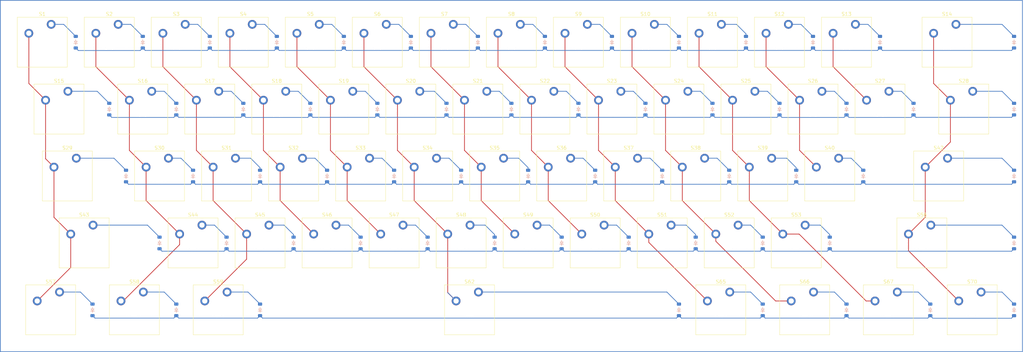
<source format=kicad_pcb>
(kicad_pcb (version 20241229) (generator "pcbnew") (generator_version "9.0")
  (layers (0 "F.Cu" signal) (2 "B.Cu" signal) (13 "F.Paste" user) (15 "B.Paste" user) (5 "F.SilkS" user "F.Silkscreen") (7 "B.SilkS" user "B.Silkscreen") (1 "F.Mask" user) (3 "B.Mask" user) (25 "Edge.Cuts" user))
  (net 0 "")
  (net 1 "Net-(D1-A)")
  (net 2 "R1")
  (net 3 "Net-(D2-A)")
  (net 4 "Net-(D3-A)")
  (net 5 "Net-(D4-A)")
  (net 6 "Net-(D5-A)")
  (net 7 "Net-(D6-A)")
  (net 8 "Net-(D7-A)")
  (net 9 "Net-(D8-A)")
  (net 10 "Net-(D9-A)")
  (net 11 "Net-(D10-A)")
  (net 12 "Net-(D11-A)")
  (net 13 "Net-(D12-A)")
  (net 14 "Net-(D13-A)")
  (net 15 "Net-(D14-A)")
  (net 16 "Net-(D15-A)")
  (net 17 "R2")
  (net 18 "Net-(D16-A)")
  (net 19 "Net-(D17-A)")
  (net 20 "Net-(D18-A)")
  (net 21 "Net-(D19-A)")
  (net 22 "Net-(D20-A)")
  (net 23 "Net-(D21-A)")
  (net 24 "Net-(D22-A)")
  (net 25 "Net-(D23-A)")
  (net 26 "Net-(D24-A)")
  (net 27 "Net-(D25-A)")
  (net 28 "Net-(D26-A)")
  (net 29 "Net-(D27-A)")
  (net 30 "Net-(D28-A)")
  (net 31 "R3")
  (net 32 "Net-(D29-A)")
  (net 33 "Net-(D30-A)")
  (net 34 "Net-(D31-A)")
  (net 35 "Net-(D32-A)")
  (net 36 "Net-(D33-A)")
  (net 37 "Net-(D34-A)")
  (net 38 "Net-(D35-A)")
  (net 39 "Net-(D36-A)")
  (net 40 "Net-(D37-A)")
  (net 41 "Net-(D38-A)")
  (net 42 "Net-(D39-A)")
  (net 43 "Net-(D40-A)")
  (net 44 "Net-(D42-A)")
  (net 45 "R4")
  (net 46 "Net-(D43-A)")
  (net 47 "Net-(D44-A)")
  (net 48 "Net-(D45-A)")
  (net 49 "Net-(D46-A)")
  (net 50 "Net-(D47-A)")
  (net 51 "Net-(D48-A)")
  (net 52 "Net-(D49-A)")
  (net 53 "Net-(D50-A)")
  (net 54 "Net-(D51-A)")
  (net 55 "Net-(D52-A)")
  (net 56 "Net-(D53-A)")
  (net 57 "Net-(D56-A)")
  (net 58 "Net-(D57-A)")
  (net 59 "R5")
  (net 60 "Net-(D58-A)")
  (net 61 "Net-(D59-A)")
  (net 62 "Net-(D62-A)")
  (net 63 "Net-(D65-A)")
  (net 64 "Net-(D66-A)")
  (net 65 "Net-(D67-A)")
  (net 66 "Net-(D70-A)")
  (net 67 "C1")
  (net 68 "C2")
  (net 69 "C3")
  (net 70 "C4")
  (net 71 "C5")
  (net 72 "C6")
  (net 73 "C7")
  (net 74 "C8")
  (net 75 "C9")
  (net 76 "C10")
  (net 77 "C11")
  (net 78 "C12")
  (net 79 "C13")
  (net 80 "C14")
  (footprint "ScottoKeebs_MX:MX_PCB_1.00u" (layer "F.Cu") (at 195.2625 52.3875)
    (property "Reference" "S23")
    (property "Value" "Keyswitch")
  )
  (footprint "ScottoKeebs_MX:MX_PCB_1.25u" (layer "F.Cu") (at 83.34375 109.5375)
    (property "Reference" "S59")
    (property "Value" "Keyswitch")
  )
  (footprint "ScottoKeebs_MX:MX_PCB_1.00u" (layer "F.Cu") (at 233.3625 52.3875)
    (property "Reference" "S25")
    (property "Value" "Keyswitch")
  )
  (footprint "ScottoKeebs_MX:MX_PCB_2.75u" (layer "F.Cu") (at 283.36875 90.4875)
    (property "Reference" "S56")
    (property "Value" "Keyswitch")
  )
  (footprint "ScottoKeebs_MX:MX_PCB_1.00u" (layer "F.Cu") (at 33.3375 33.3375)
    (property "Reference" "S1")
    (property "Value" "Keyswitch")
  )
  (footprint "ScottoKeebs_MX:MX_PCB_1.00u" (layer "F.Cu") (at 252.4125 52.3875)
    (property "Reference" "S26")
    (property "Value" "Keyswitch")
  )
  (footprint "ScottoKeebs_MX:MX_PCB_1.00u" (layer "F.Cu") (at 176.2125 52.3875)
    (property "Reference" "S22")
    (property "Value" "Keyswitch")
  )
  (footprint "ScottoKeebs_MX:MX_PCB_1.00u" (layer "F.Cu") (at 257.175 71.4375)
    (property "Reference" "S40")
    (property "Value" "Keyswitch")
  )
  (footprint "ScottoKeebs_MX:MX_PCB_1.00u" (layer "F.Cu") (at 152.4 90.4875)
    (property "Reference" "S48")
    (property "Value" "Keyswitch")
  )
  (footprint "ScottoKeebs_MX:MX_PCB_1.00u" (layer "F.Cu") (at 219.075 71.4375)
    (property "Reference" "S38")
    (property "Value" "Keyswitch")
  )
  (footprint "ScottoKeebs_MX:MX_PCB_1.00u" (layer "F.Cu") (at 109.5375 33.3375)
    (property "Reference" "S5")
    (property "Value" "Keyswitch")
  )
  (footprint "ScottoKeebs_MX:MX_PCB_1.00u" (layer "F.Cu") (at 214.3125 52.3875)
    (property "Reference" "S24")
    (property "Value" "Keyswitch")
  )
  (footprint "ScottoKeebs_MX:MX_PCB_1.25u" (layer "F.Cu") (at 35.71875 109.5375)
    (property "Reference" "S57")
    (property "Value" "Keyswitch")
  )
  (footprint "ScottoKeebs_MX:MX_PCB_1.50u" (layer "F.Cu") (at 295.275 52.3875)
    (property "Reference" "S28")
    (property "Value" "Keyswitch")
  )
  (footprint "ScottoKeebs_MX:MX_PCB_1.00u" (layer "F.Cu") (at 242.8875 33.3375)
    (property "Reference" "S12")
    (property "Value" "Keyswitch")
  )
  (footprint "ScottoKeebs_MX:MX_PCB_1.00u" (layer "F.Cu") (at 114.3 90.4875)
    (property "Reference" "S46")
    (property "Value" "Keyswitch")
  )
  (footprint "ScottoKeebs_MX:MX_PCB_1.00u" (layer "F.Cu") (at 90.4875 33.3375)
    (property "Reference" "S4")
    (property "Value" "Keyswitch")
  )
  (footprint "ScottoKeebs_MX:MX_PCB_1.00u" (layer "F.Cu") (at 61.9125 52.3875)
    (property "Reference" "S16")
    (property "Value" "Keyswitch")
  )
  (footprint "ScottoKeebs_MX:MX_PCB_1.00u" (layer "F.Cu") (at 66.675 71.4375)
    (property "Reference" "S30")
    (property "Value" "Keyswitch")
  )
  (footprint "ScottoKeebs_MX:MX_PCB_1.00u" (layer "F.Cu") (at 80.9625 52.3875)
    (property "Reference" "S17")
    (property "Value" "Keyswitch")
  )
  (footprint "ScottoKeebs_MX:MX_PCB_1.00u" (layer "F.Cu") (at 85.725 71.4375)
    (property "Reference" "S31")
    (property "Value" "Keyswitch")
  )
  (footprint "ScottoKeebs_MX:MX_PCB_1.00u" (layer "F.Cu") (at 138.1125 52.3875)
    (property "Reference" "S20")
    (property "Value" "Keyswitch")
  )
  (footprint "ScottoKeebs_MX:MX_PCB_2.00u" (layer "F.Cu") (at 290.5125 33.3375)
    (property "Reference" "S14")
    (property "Value" "Keyswitch")
  )
  (footprint "ScottoKeebs_MX:MX_PCB_1.00u" (layer "F.Cu") (at 204.7875 33.3375)
    (property "Reference" "S10")
    (property "Value" "Keyswitch")
  )
  (footprint "ScottoKeebs_MX:MX_PCB_1.00u" (layer "F.Cu") (at 228.6 90.4875)
    (property "Reference" "S52")
    (property "Value" "Keyswitch")
  )
  (footprint "ScottoKeebs_MX:MX_PCB_1.00u" (layer "F.Cu") (at 104.775 71.4375)
    (property "Reference" "S32")
    (property "Value" "Keyswitch")
  )
  (footprint "ScottoKeebs_MX:MX_PCB_1.75u" (layer "F.Cu") (at 40.48125 71.4375)
    (property "Reference" "S29")
    (property "Value" "Keyswitch")
  )
  (footprint "ScottoKeebs_MX:MX_PCB_1.00u" (layer "F.Cu") (at 261.9375 33.3375)
    (property "Reference" "S13")
    (property "Value" "Keyswitch")
  )
  (footprint "ScottoKeebs_MX:MX_PCB_1.00u" (layer "F.Cu") (at 180.975 71.4375)
    (property "Reference" "S36")
    (property "Value" "Keyswitch")
  )
  (footprint "ScottoKeebs_MX:MX_PCB_1.25u" (layer "F.Cu") (at 297.65625 109.5375)
    (property "Reference" "S70")
    (property "Value" "Keyswitch")
  )
  (footprint "ScottoKeebs_MX:MX_PCB_1.00u" (layer "F.Cu") (at 95.25 90.4875)
    (property "Reference" "S45")
    (property "Value" "Keyswitch")
  )
  (footprint "ScottoKeebs_MX:MX_PCB_1.00u" (layer "F.Cu") (at 52.3875 33.3375)
    (property "Reference" "S2")
    (property "Value" "Keyswitch")
  )
  (footprint "ScottoKeebs_MX:MX_PCB_1.00u" (layer "F.Cu") (at 190.5 90.4875)
    (property "Reference" "S50")
    (property "Value" "Keyswitch")
  )
  (footprint "ScottoKeebs_MX:MX_PCB_1.00u" (layer "F.Cu") (at 133.35 90.4875)
    (property "Reference" "S47")
    (property "Value" "Keyswitch")
  )
  (footprint "ScottoKeebs_MX:MX_PCB_1.25u" (layer "F.Cu") (at 250.03125 109.5375)
    (property "Reference" "S66")
    (property "Value" "Keyswitch")
  )
  (footprint "ScottoKeebs_MX:MX_PCB_1.00u" (layer "F.Cu") (at 247.65 90.4875)
    (property "Reference" "S53")
    (property "Value" "Keyswitch")
  )
  (footprint "ScottoKeebs_MX:MX_PCB_1.00u" (layer "F.Cu") (at 128.5875 33.3375)
    (property "Reference" "S6")
    (property "Value" "Keyswitch")
  )
  (footprint "ScottoKeebs_MX:MX_PCB_1.00u" (layer "F.Cu") (at 238.125 71.4375)
    (property "Reference" "S39")
    (property "Value" "Keyswitch")
  )
  (footprint "ScottoKeebs_MX:MX_PCB_1.00u" (layer "F.Cu") (at 157.1625 52.3875)
    (property "Reference" "S21")
    (property "Value" "Keyswitch")
  )
  (footprint "ScottoKeebs_MX:MX_PCB_1.00u" (layer "F.Cu") (at 142.875 71.4375)
    (property "Reference" "S34")
    (property "Value" "Keyswitch")
  )
  (footprint "ScottoKeebs_MX:MX_PCB_1.00u" (layer "F.Cu") (at 76.2 90.4875)
    (property "Reference" "S44")
    (property "Value" "Keyswitch")
  )
  (footprint "ScottoKeebs_MX:MX_PCB_1.00u" (layer "F.Cu") (at 123.825 71.4375)
    (property "Reference" "S33")
    (property "Value" "Keyswitch")
  )
  (footprint "ScottoKeebs_MX:MX_PCB_1.00u" (layer "F.Cu") (at 171.45 90.4875)
    (property "Reference" "S49")
    (property "Value" "Keyswitch")
  )
  (footprint "ScottoKeebs_MX:MX_PCB_1.00u" (layer "F.Cu") (at 71.4375 33.3375)
    (property "Reference" "S3")
    (property "Value" "Keyswitch")
  )
  (footprint "ScottoKeebs_MX:MX_PCB_6.25u" (layer "F.Cu") (at 154.78125 109.5375)
    (property "Reference" "S62")
    (property "Value" "Keyswitch")
  )
  (footprint "ScottoKeebs_MX:MX_PCB_1.00u" (layer "F.Cu") (at 209.55 90.4875)
    (property "Reference" "S51")
    (property "Value" "Keyswitch")
  )
  (footprint "ScottoKeebs_MX:MX_PCB_1.25u" (layer "F.Cu") (at 273.84375 109.5375)
    (property "Reference" "S67")
    (property "Value" "Keyswitch")
  )
  (footprint "ScottoKeebs_MX:MX_PCB_1.50u" (layer "F.Cu") (at 38.1 52.3875)
    (property "Reference" "S15")
    (property "Value" "Keyswitch")
  )
  (footprint "ScottoKeebs_MX:MX_PCB_1.25u" (layer "F.Cu") (at 59.53125 109.5375)
    (property "Reference" "S58")
    (property "Value" "Keyswitch")
  )
  (footprint "ScottoKeebs_MX:MX_PCB_2.25u" (layer "F.Cu") (at 288.13125 71.4375)
    (property "Reference" "S42")
    (property "Value" "Keyswitch")
  )
  (footprint "ScottoKeebs_MX:MX_PCB_1.00u" (layer "F.Cu") (at 200.025 71.4375)
    (property "Reference" "S37")
    (property "Value" "Keyswitch")
  )
  (footprint "ScottoKeebs_MX:MX_PCB_1.00u" (layer "F.Cu") (at 100.0125 52.3875)
    (property "Reference" "S18")
    (property "Value" "Keyswitch")
  )
  (footprint "ScottoKeebs_MX:MX_PCB_1.00u" (layer "F.Cu") (at 223.8375 33.3375)
    (property "Reference" "S11")
    (property "Value" "Keyswitch")
  )
  (footprint "ScottoKeebs_MX:MX_PCB_1.00u" (layer "F.Cu") (at 119.0625 52.3875)
    (property "Reference" "S19")
    (property "Value" "Keyswitch")
  )
  (footprint "ScottoKeebs_MX:MX_PCB_2.25u" (layer "F.Cu") (at 45.24375 90.4875)
    (property "Reference" "S43")
    (property "Value" "Keyswitch")
  )
  (footprint "ScottoKeebs_MX:MX_PCB_1.00u" (layer "F.Cu") (at 271.4625 52.3875)
    (property "Reference" "S27")
    (property "Value" "Keyswitch")
  )
  (footprint "ScottoKeebs_MX:MX_PCB_1.00u" (layer "F.Cu") (at 161.925 71.4375)
    (property "Reference" "S35")
    (property "Value" "Keyswitch")
  )
  (footprint "ScottoKeebs_MX:MX_PCB_1.00u" (layer "F.Cu") (at 185.7375 33.3375)
    (property "Reference" "S9")
    (property "Value" "Keyswitch")
  )
  (footprint "ScottoKeebs_MX:MX_PCB_1.25u" (layer "F.Cu") (at 226.21875 109.5375)
    (property "Reference" "S65")
    (property "Value" "Keyswitch")
  )
  (footprint "ScottoKeebs_MX:MX_PCB_1.00u" (layer "F.Cu") (at 147.6375 33.3375)
    (property "Reference" "S7")
    (property "Value" "Keyswitch")
  )
  (footprint "ScottoKeebs_MX:MX_PCB_1.00u" (layer "F.Cu") (at 166.6875 33.3375)
    (property "Reference" "S8")
    (property "Value" "Keyswitch")
  )
  (footprint "ScottoKeebs_Components:Diode_SOD-123" (layer "B.Cu") (at 204.7875 52.3875 90)
    (property "Reference" "D23" (hide yes))
    (property "Value" "Diode")
  )
  (footprint "ScottoKeebs_Components:Diode_SOD-123" (layer "B.Cu") (at 100.0125 33.3375 90)
    (property "Reference" "D4" (hide yes))
    (property "Value" "Diode")
  )
  (footprint "ScottoKeebs_Components:Diode_SOD-123" (layer "B.Cu") (at 209.55 71.4375 90)
    (property "Reference" "D37" (hide yes))
    (property "Value" "Diode")
  )
  (footprint "ScottoKeebs_Components:Diode_SOD-123" (layer "B.Cu") (at 95.25 109.5375 90)
    (property "Reference" "D59" (hide yes))
    (property "Value" "Diode")
  )
  (footprint "ScottoKeebs_Components:Diode_SOD-123" (layer "B.Cu") (at 195.2625 33.3375 90)
    (property "Reference" "D9" (hide yes))
    (property "Value" "Diode")
  )
  (footprint "ScottoKeebs_Components:Diode_SOD-123" (layer "B.Cu") (at 200.025 90.4875 90)
    (property "Reference" "D50" (hide yes))
    (property "Value" "Diode")
  )
  (footprint "ScottoKeebs_Components:Diode_SOD-123" (layer "B.Cu") (at 223.8375 52.3875 90)
    (property "Reference" "D24" (hide yes))
    (property "Value" "Diode")
  )
  (footprint "ScottoKeebs_Components:Diode_SOD-123" (layer "B.Cu") (at 285.75 109.5375 90)
    (property "Reference" "D67" (hide yes))
    (property "Value" "Diode")
  )
  (footprint "ScottoKeebs_Components:Diode_SOD-123" (layer "B.Cu") (at 185.7375 52.3875 90)
    (property "Reference" "D22" (hide yes))
    (property "Value" "Diode")
  )
  (footprint "ScottoKeebs_Components:Diode_SOD-123" (layer "B.Cu") (at 219.075 90.4875 90)
    (property "Reference" "D51" (hide yes))
    (property "Value" "Diode")
  )
  (footprint "ScottoKeebs_Components:Diode_SOD-123" (layer "B.Cu") (at 242.8875 52.3875 90)
    (property "Reference" "D25" (hide yes))
    (property "Value" "Diode")
  )
  (footprint "ScottoKeebs_Components:Diode_SOD-123" (layer "B.Cu") (at 180.975 90.4875 90)
    (property "Reference" "D49" (hide yes))
    (property "Value" "Diode")
  )
  (footprint "ScottoKeebs_Components:Diode_SOD-123" (layer "B.Cu") (at 214.3125 33.3375 90)
    (property "Reference" "D10" (hide yes))
    (property "Value" "Diode")
  )
  (footprint "ScottoKeebs_Components:Diode_SOD-123" (layer "B.Cu") (at 123.825 90.4875 90)
    (property "Reference" "D46" (hide yes))
    (property "Value" "Diode")
  )
  (footprint "ScottoKeebs_Components:Diode_SOD-123" (layer "B.Cu") (at 247.65 71.4375 90)
    (property "Reference" "D39" (hide yes))
    (property "Value" "Diode")
  )
  (footprint "ScottoKeebs_Components:Diode_SOD-123" (layer "B.Cu") (at 42.8625 33.3375 90)
    (property "Reference" "D1" (hide yes))
    (property "Value" "Diode")
  )
  (footprint "ScottoKeebs_Components:Diode_SOD-123" (layer "B.Cu") (at 85.725 90.4875 90)
    (property "Reference" "D44" (hide yes))
    (property "Value" "Diode")
  )
  (footprint "ScottoKeebs_Components:Diode_SOD-123" (layer "B.Cu") (at 266.7 71.4375 90)
    (property "Reference" "D40" (hide yes))
    (property "Value" "Diode")
  )
  (footprint "ScottoKeebs_Components:Diode_SOD-123" (layer "B.Cu") (at 66.675 90.4875 90)
    (property "Reference" "D43" (hide yes))
    (property "Value" "Diode")
  )
  (footprint "ScottoKeebs_Components:Diode_SOD-123" (layer "B.Cu") (at 309.5625 52.3875 90)
    (property "Reference" "D28" (hide yes))
    (property "Value" "Diode")
  )
  (footprint "ScottoKeebs_Components:Diode_SOD-123" (layer "B.Cu") (at 271.4625 33.3375 90)
    (property "Reference" "D13" (hide yes))
    (property "Value" "Diode")
  )
  (footprint "ScottoKeebs_Components:Diode_SOD-123" (layer "B.Cu") (at 161.925 90.4875 90)
    (property "Reference" "D48" (hide yes))
    (property "Value" "Diode")
  )
  (footprint "ScottoKeebs_Components:Diode_SOD-123" (layer "B.Cu") (at 309.5625 33.3375 90)
    (property "Reference" "D14" (hide yes))
    (property "Value" "Diode")
  )
  (footprint "ScottoKeebs_Components:Diode_SOD-123" (layer "B.Cu") (at 238.125 90.4875 90)
    (property "Reference" "D52" (hide yes))
    (property "Value" "Diode")
  )
  (footprint "ScottoKeebs_Components:Diode_SOD-123" (layer "B.Cu") (at 228.6 71.4375 90)
    (property "Reference" "D38" (hide yes))
    (property "Value" "Diode")
  )
  (footprint "ScottoKeebs_Components:Diode_SOD-123" (layer "B.Cu") (at 80.9625 33.3375 90)
    (property "Reference" "D3" (hide yes))
    (property "Value" "Diode")
  )
  (footprint "ScottoKeebs_Components:Diode_SOD-123" (layer "B.Cu") (at 119.0625 33.3375 90)
    (property "Reference" "D5" (hide yes))
    (property "Value" "Diode")
  )
  (footprint "ScottoKeebs_Components:Diode_SOD-123" (layer "B.Cu") (at 104.775 90.4875 90)
    (property "Reference" "D45" (hide yes))
    (property "Value" "Diode")
  )
  (footprint "ScottoKeebs_Components:Diode_SOD-123" (layer "B.Cu") (at 114.3 71.4375 90)
    (property "Reference" "D32" (hide yes))
    (property "Value" "Diode")
  )
  (footprint "ScottoKeebs_Components:Diode_SOD-123" (layer "B.Cu") (at 61.9125 33.3375 90)
    (property "Reference" "D2" (hide yes))
    (property "Value" "Diode")
  )
  (footprint "ScottoKeebs_Components:Diode_SOD-123" (layer "B.Cu") (at 238.125 109.5375 90)
    (property "Reference" "D65" (hide yes))
    (property "Value" "Diode")
  )
  (footprint "ScottoKeebs_Components:Diode_SOD-123" (layer "B.Cu") (at 166.6875 52.3875 90)
    (property "Reference" "D21" (hide yes))
    (property "Value" "Diode")
  )
  (footprint "ScottoKeebs_Components:Diode_SOD-123" (layer "B.Cu") (at 95.25 71.4375 90)
    (property "Reference" "D31" (hide yes))
    (property "Value" "Diode")
  )
  (footprint "ScottoKeebs_Components:Diode_SOD-123" (layer "B.Cu") (at 142.875 90.4875 90)
    (property "Reference" "D47" (hide yes))
    (property "Value" "Diode")
  )
  (footprint "ScottoKeebs_Components:Diode_SOD-123" (layer "B.Cu") (at 148.236956 52.3875 90)
    (property "Reference" "D20" (hide yes))
    (property "Value" "Diode")
  )
  (footprint "ScottoKeebs_Components:Diode_SOD-123" (layer "B.Cu") (at 52.3875 52.3875 90)
    (property "Reference" "D15" (hide yes))
    (property "Value" "Diode")
  )
  (footprint "ScottoKeebs_Components:Diode_SOD-123" (layer "B.Cu") (at 257.175 90.4875 90)
    (property "Reference" "D53" (hide yes))
    (property "Value" "Diode")
  )
  (footprint "ScottoKeebs_Components:Diode_SOD-123" (layer "B.Cu") (at 171.45 71.4375 90)
    (property "Reference" "D35" (hide yes))
    (property "Value" "Diode")
  )
  (footprint "ScottoKeebs_Components:Diode_SOD-123" (layer "B.Cu") (at 309.5625 90.4875 90)
    (property "Reference" "D56" (hide yes))
    (property "Value" "Diode")
  )
  (footprint "ScottoKeebs_Components:Diode_SOD-123" (layer "B.Cu") (at 261.9375 52.3875 90)
    (property "Reference" "D26" (hide yes))
    (property "Value" "Diode")
  )
  (footprint "ScottoKeebs_Components:Diode_SOD-123" (layer "B.Cu") (at 280.9875 52.3875 90)
    (property "Reference" "D27" (hide yes))
    (property "Value" "Diode")
  )
  (footprint "ScottoKeebs_Components:Diode_SOD-123" (layer "B.Cu") (at 214.3125 109.5375 90)
    (property "Reference" "D62" (hide yes))
    (property "Value" "Diode")
  )
  (footprint "ScottoKeebs_Components:Diode_SOD-123" (layer "B.Cu") (at 133.35 71.4375 90)
    (property "Reference" "D33" (hide yes))
    (property "Value" "Diode")
  )
  (footprint "ScottoKeebs_Components:Diode_SOD-123" (layer "B.Cu") (at 109.5375 52.3875 90)
    (property "Reference" "D18" (hide yes))
    (property "Value" "Diode")
  )
  (footprint "ScottoKeebs_Components:Diode_SOD-123" (layer "B.Cu") (at 76.2 71.4375 90)
    (property "Reference" "D30" (hide yes))
    (property "Value" "Diode")
  )
  (footprint "ScottoKeebs_Components:Diode_SOD-123" (layer "B.Cu") (at 47.625 109.5375 90)
    (property "Reference" "D57" (hide yes))
    (property "Value" "Diode")
  )
  (footprint "ScottoKeebs_Components:Diode_SOD-123" (layer "B.Cu") (at 176.2125 33.3375 90)
    (property "Reference" "D8" (hide yes))
    (property "Value" "Diode")
  )
  (footprint "ScottoKeebs_Components:Diode_SOD-123" (layer "B.Cu") (at 57.15 71.4375 90)
    (property "Reference" "D29" (hide yes))
    (property "Value" "Diode")
  )
  (footprint "ScottoKeebs_Components:Diode_SOD-123" (layer "B.Cu") (at 128.5875 52.3875 90)
    (property "Reference" "D19" (hide yes))
    (property "Value" "Diode")
  )
  (footprint "ScottoKeebs_Components:Diode_SOD-123" (layer "B.Cu") (at 152.4 71.4375 90)
    (property "Reference" "D34" (hide yes))
    (property "Value" "Diode")
  )
  (footprint "ScottoKeebs_Components:Diode_SOD-123" (layer "B.Cu") (at 71.4375 109.5375 90)
    (property "Reference" "D58" (hide yes))
    (property "Value" "Diode")
  )
  (footprint "ScottoKeebs_Components:Diode_SOD-123" (layer "B.Cu") (at 157.1625 33.3375 90)
    (property "Reference" "D7" (hide yes))
    (property "Value" "Diode")
  )
  (footprint "ScottoKeebs_Components:Diode_SOD-123" (layer "B.Cu") (at 309.5625 109.5375 90)
    (property "Reference" "D70" (hide yes))
    (property "Value" "Diode")
  )
  (footprint "ScottoKeebs_Components:Diode_SOD-123" (layer "B.Cu") (at 190.5 71.4375 90)
    (property "Reference" "D36" (hide yes))
    (property "Value" "Diode")
  )
  (footprint "ScottoKeebs_Components:Diode_SOD-123" (layer "B.Cu") (at 138.1125 33.3375 90)
    (property "Reference" "D6" (hide yes))
    (property "Value" "Diode")
  )
  (footprint "ScottoKeebs_Components:Diode_SOD-123" (layer "B.Cu") (at 233.3625 33.3375 90)
    (property "Reference" "D11" (hide yes))
    (property "Value" "Diode")
  )
  (footprint "ScottoKeebs_Components:Diode_SOD-123" (layer "B.Cu") (at 309.5625 71.4375 90)
    (property "Reference" "D42" (hide yes))
    (property "Value" "Diode")
  )
  (footprint "ScottoKeebs_Components:Diode_SOD-123" (layer "B.Cu") (at 261.9375 109.5375 90)
    (property "Reference" "D66" (hide yes))
    (property "Value" "Diode")
  )
  (footprint "ScottoKeebs_Components:Diode_SOD-123" (layer "B.Cu") (at 71.4375 52.3875 90)
    (property "Reference" "D16" (hide yes))
    (property "Value" "Diode")
  )
  (footprint "ScottoKeebs_Components:Diode_SOD-123" (layer "B.Cu") (at 252.4125 33.3375 90)
    (property "Reference" "D12" (hide yes))
    (property "Value" "Diode")
  )
  (footprint "ScottoKeebs_Components:Diode_SOD-123" (layer "B.Cu") (at 90.4875 52.3875 90)
    (property "Reference" "D17" (hide yes))
    (property "Value" "Diode")
  )
  (gr_rect (start 21.43125 21.43125) (end 311.94375 121.44375) (stroke (width 0.2)) (fill no) (layer "B.Cu"))
  (segment (start 35.8775 28.2575) (end 39.4325 28.2575) (width 0.2) (layer "B.Cu") (net 1))
  (segment (start 39.4325 28.2575) (end 42.8625 31.6875) (width 0.2) (layer "B.Cu") (net 1))
  (segment (start 80.9625 34.9875) (end 81.6635 35.6885) (width 0.2) (layer "B.Cu") (net 2))
  (segment (start 234.0635 35.6885) (end 251.7115 35.6885) (width 0.2) (layer "B.Cu") (net 2))
  (segment (start 99.3115 35.6885) (end 100.0125 34.9875) (width 0.2) (layer "B.Cu") (net 2))
  (segment (start 251.7115 35.6885) (end 252.4125 34.9875) (width 0.2) (layer "B.Cu") (net 2))
  (segment (start 272.1635 35.6885) (end 308.8615 35.6885) (width 0.2) (layer "B.Cu") (net 2))
  (segment (start 270.7615 35.6885) (end 271.4625 34.9875) (width 0.2) (layer "B.Cu") (net 2))
  (segment (start 308.8615 35.6885) (end 309.5625 34.9875) (width 0.2) (layer "B.Cu") (net 2))
  (segment (start 62.6135 35.6885) (end 80.2615 35.6885) (width 0.2) (layer "B.Cu") (net 2))
  (segment (start 156.4615 35.6885) (end 157.1625 34.9875) (width 0.2) (layer "B.Cu") (net 2))
  (segment (start 100.7135 35.6885) (end 118.3615 35.6885) (width 0.2) (layer "B.Cu") (net 2))
  (segment (start 195.2625 34.9875) (end 195.9635 35.6885) (width 0.2) (layer "B.Cu") (net 2))
  (segment (start 176.2125 34.9875) (end 176.9135 35.6885) (width 0.2) (layer "B.Cu") (net 2))
  (segment (start 80.2615 35.6885) (end 80.9625 34.9875) (width 0.2) (layer "B.Cu") (net 2))
  (segment (start 233.3625 34.9875) (end 234.0635 35.6885) (width 0.2) (layer "B.Cu") (net 2))
  (segment (start 61.18125 35.71875) (end 61.9125 34.9875) (width 0.2) (layer "B.Cu") (net 2))
  (segment (start 138.8135 35.6885) (end 156.4615 35.6885) (width 0.2) (layer "B.Cu") (net 2))
  (segment (start 252.4125 34.9875) (end 253.1135 35.6885) (width 0.2) (layer "B.Cu") (net 2))
  (segment (start 175.5115 35.6885) (end 176.2125 34.9875) (width 0.2) (layer "B.Cu") (net 2))
  (segment (start 194.5615 35.6885) (end 195.2625 34.9875) (width 0.2) (layer "B.Cu") (net 2))
  (segment (start 138.1125 34.9875) (end 138.8135 35.6885) (width 0.2) (layer "B.Cu") (net 2))
  (segment (start 157.8635 35.6885) (end 175.5115 35.6885) (width 0.2) (layer "B.Cu") (net 2))
  (segment (start 157.1625 34.9875) (end 157.8635 35.6885) (width 0.2) (layer "B.Cu") (net 2))
  (segment (start 253.1135 35.6885) (end 270.7615 35.6885) (width 0.2) (layer "B.Cu") (net 2))
  (segment (start 119.0625 34.9875) (end 119.7635 35.6885) (width 0.2) (layer "B.Cu") (net 2))
  (segment (start 137.4115 35.6885) (end 138.1125 34.9875) (width 0.2) (layer "B.Cu") (net 2))
  (segment (start 43.59375 35.71875) (end 61.18125 35.71875) (width 0.2) (layer "B.Cu") (net 2))
  (segment (start 42.8625 34.9875) (end 43.59375 35.71875) (width 0.2) (layer "B.Cu") (net 2))
  (segment (start 118.3615 35.6885) (end 119.0625 34.9875) (width 0.2) (layer "B.Cu") (net 2))
  (segment (start 81.6635 35.6885) (end 99.3115 35.6885) (width 0.2) (layer "B.Cu") (net 2))
  (segment (start 271.4625 34.9875) (end 272.1635 35.6885) (width 0.2) (layer "B.Cu") (net 2))
  (segment (start 176.9135 35.6885) (end 194.5615 35.6885) (width 0.2) (layer "B.Cu") (net 2))
  (segment (start 119.7635 35.6885) (end 137.4115 35.6885) (width 0.2) (layer "B.Cu") (net 2))
  (segment (start 215.0135 35.6885) (end 232.6615 35.6885) (width 0.2) (layer "B.Cu") (net 2))
  (segment (start 61.9125 34.9875) (end 62.6135 35.6885) (width 0.2) (layer "B.Cu") (net 2))
  (segment (start 214.3125 34.9875) (end 215.0135 35.6885) (width 0.2) (layer "B.Cu") (net 2))
  (segment (start 213.6115 35.6885) (end 214.3125 34.9875) (width 0.2) (layer "B.Cu") (net 2))
  (segment (start 232.6615 35.6885) (end 233.3625 34.9875) (width 0.2) (layer "B.Cu") (net 2))
  (segment (start 195.9635 35.6885) (end 213.6115 35.6885) (width 0.2) (layer "B.Cu") (net 2))
  (segment (start 100.0125 34.9875) (end 100.7135 35.6885) (width 0.2) (layer "B.Cu") (net 2))
  (segment (start 54.9275 28.2575) (end 58.4825 28.2575) (width 0.2) (layer "B.Cu") (net 3))
  (segment (start 58.4825 28.2575) (end 61.9125 31.6875) (width 0.2) (layer "B.Cu") (net 3))
  (segment (start 73.9775 28.2575) (end 77.5325 28.2575) (width 0.2) (layer "B.Cu") (net 4))
  (segment (start 77.5325 28.2575) (end 80.9625 31.6875) (width 0.2) (layer "B.Cu") (net 4))
  (segment (start 93.0275 28.2575) (end 96.5825 28.2575) (width 0.2) (layer "B.Cu") (net 5))
  (segment (start 96.5825 28.2575) (end 100.0125 31.6875) (width 0.2) (layer "B.Cu") (net 5))
  (segment (start 115.6325 28.2575) (end 119.0625 31.6875) (width 0.2) (layer "B.Cu") (net 6))
  (segment (start 112.0775 28.2575) (end 115.6325 28.2575) (width 0.2) (layer "B.Cu") (net 6))
  (segment (start 134.6825 28.2575) (end 138.1125 31.6875) (width 0.2) (layer "B.Cu") (net 7))
  (segment (start 131.1275 28.2575) (end 134.6825 28.2575) (width 0.2) (layer "B.Cu") (net 7))
  (segment (start 153.7325 28.2575) (end 157.1625 31.6875) (width 0.2) (layer "B.Cu") (net 8))
  (segment (start 150.1775 28.2575) (end 153.7325 28.2575) (width 0.2) (layer "B.Cu") (net 8))
  (segment (start 169.2275 28.2575) (end 172.7825 28.2575) (width 0.2) (layer "B.Cu") (net 9))
  (segment (start 172.7825 28.2575) (end 176.2125 31.6875) (width 0.2) (layer "B.Cu") (net 9))
  (segment (start 188.2775 28.2575) (end 191.8325 28.2575) (width 0.2) (layer "B.Cu") (net 10))
  (segment (start 191.8325 28.2575) (end 195.2625 31.6875) (width 0.2) (layer "B.Cu") (net 10))
  (segment (start 207.3275 28.2575) (end 210.8825 28.2575) (width 0.2) (layer "B.Cu") (net 11))
  (segment (start 210.8825 28.2575) (end 214.3125 31.6875) (width 0.2) (layer "B.Cu") (net 11))
  (segment (start 233.3625 30.95625) (end 233.3625 31.6875) (width 0.2) (layer "B.Cu") (net 12))
  (segment (start 230.66375 28.2575) (end 233.3625 30.95625) (width 0.2) (layer "B.Cu") (net 12))
  (segment (start 226.3775 28.2575) (end 230.66375 28.2575) (width 0.2) (layer "B.Cu") (net 12))
  (segment (start 248.9825 28.2575) (end 252.4125 31.6875) (width 0.2) (layer "B.Cu") (net 13))
  (segment (start 245.4275 28.2575) (end 248.9825 28.2575) (width 0.2) (layer "B.Cu") (net 13))
  (segment (start 264.4775 28.2575) (end 268.0325 28.2575) (width 0.2) (layer "B.Cu") (net 14))
  (segment (start 268.0325 28.2575) (end 271.4625 31.6875) (width 0.2) (layer "B.Cu") (net 14))
  (segment (start 306.1325 28.2575) (end 309.5625 31.6875) (width 0.2) (layer "B.Cu") (net 15))
  (segment (start 293.0525 28.2575) (end 306.1325 28.2575) (width 0.2) (layer "B.Cu") (net 15))
  (segment (start 48.9575 47.3075) (end 52.3875 50.7375) (width 0.2) (layer "B.Cu") (net 16))
  (segment (start 40.64 47.3075) (end 48.9575 47.3075) (width 0.2) (layer "B.Cu") (net 16))
  (segment (start 280.9875 54.0375) (end 281.6885 54.7385) (width 0.2) (layer "B.Cu") (net 17))
  (segment (start 127.8865 54.7385) (end 128.5875 54.0375) (width 0.2) (layer "B.Cu") (net 17))
  (segment (start 148.937956 54.7385) (end 165.9865 54.7385) (width 0.2) (layer "B.Cu") (net 17))
  (segment (start 280.25625 54.76875) (end 280.9875 54.0375) (width 0.2) (layer "B.Cu") (net 17))
  (segment (start 281.6885 54.7385) (end 308.8615 54.7385) (width 0.2) (layer "B.Cu") (net 17))
  (segment (start 242.8875 54.0375) (end 243.61875 54.76875) (width 0.2) (layer "B.Cu") (net 17))
  (segment (start 70.70625 54.76875) (end 71.4375 54.0375) (width 0.2) (layer "B.Cu") (net 17))
  (segment (start 223.8375 54.0375) (end 224.5385 54.7385) (width 0.2) (layer "B.Cu") (net 17))
  (segment (start 185.0365 54.7385) (end 185.7375 54.0375) (width 0.2) (layer "B.Cu") (net 17))
  (segment (start 108.80625 54.76875) (end 109.5375 54.0375) (width 0.2) (layer "B.Cu") (net 17))
  (segment (start 90.4875 54.0375) (end 91.21875 54.76875) (width 0.2) (layer "B.Cu") (net 17))
  (segment (start 147.535956 54.7385) (end 148.236956 54.0375) (width 0.2) (layer "B.Cu") (net 17))
  (segment (start 89.7865 54.7385) (end 90.4875 54.0375) (width 0.2) (layer "B.Cu") (net 17))
  (segment (start 223.1365 54.7385) (end 223.8375 54.0375) (width 0.2) (layer "B.Cu") (net 17))
  (segment (start 261.20625 54.76875) (end 261.9375 54.0375) (width 0.2) (layer "B.Cu") (net 17))
  (segment (start 91.21875 54.76875) (end 108.80625 54.76875) (width 0.2) (layer "B.Cu") (net 17))
  (segment (start 308.8615 54.7385) (end 309.5625 54.0375) (width 0.2) (layer "B.Cu") (net 17))
  (segment (start 166.6875 54.0375) (end 167.3885 54.7385) (width 0.2) (layer "B.Cu") (net 17))
  (segment (start 52.3875 54.0375) (end 53.11875 54.76875) (width 0.2) (layer "B.Cu") (net 17))
  (segment (start 204.7875 54.0375) (end 205.4885 54.7385) (width 0.2) (layer "B.Cu") (net 17))
  (segment (start 128.5875 54.0375) (end 129.2885 54.7385) (width 0.2) (layer "B.Cu") (net 17))
  (segment (start 71.4375 54.0375) (end 72.1385 54.7385) (width 0.2) (layer "B.Cu") (net 17))
  (segment (start 186.4385 54.7385) (end 204.0865 54.7385) (width 0.2) (layer "B.Cu") (net 17))
  (segment (start 262.66875 54.76875) (end 280.25625 54.76875) (width 0.2) (layer "B.Cu") (net 17))
  (segment (start 185.7375 54.0375) (end 186.4385 54.7385) (width 0.2) (layer "B.Cu") (net 17))
  (segment (start 224.5385 54.7385) (end 242.1865 54.7385) (width 0.2) (layer "B.Cu") (net 17))
  (segment (start 261.9375 54.0375) (end 262.66875 54.76875) (width 0.2) (layer "B.Cu") (net 17))
  (segment (start 72.1385 54.7385) (end 89.7865 54.7385) (width 0.2) (layer "B.Cu") (net 17))
  (segment (start 110.2385 54.7385) (end 127.8865 54.7385) (width 0.2) (layer "B.Cu") (net 17))
  (segment (start 129.2885 54.7385) (end 147.535956 54.7385) (width 0.2) (layer "B.Cu") (net 17))
  (segment (start 165.9865 54.7385) (end 166.6875 54.0375) (width 0.2) (layer "B.Cu") (net 17))
  (segment (start 205.4885 54.7385) (end 223.1365 54.7385) (width 0.2) (layer "B.Cu") (net 17))
  (segment (start 109.5375 54.0375) (end 110.2385 54.7385) (width 0.2) (layer "B.Cu") (net 17))
  (segment (start 242.1865 54.7385) (end 242.8875 54.0375) (width 0.2) (layer "B.Cu") (net 17))
  (segment (start 167.3885 54.7385) (end 185.0365 54.7385) (width 0.2) (layer "B.Cu") (net 17))
  (segment (start 204.0865 54.7385) (end 204.7875 54.0375) (width 0.2) (layer "B.Cu") (net 17))
  (segment (start 243.61875 54.76875) (end 261.20625 54.76875) (width 0.2) (layer "B.Cu") (net 17))
  (segment (start 148.236956 54.0375) (end 148.937956 54.7385) (width 0.2) (layer "B.Cu") (net 17))
  (segment (start 53.11875 54.76875) (end 70.70625 54.76875) (width 0.2) (layer "B.Cu") (net 17))
  (segment (start 68.0075 47.3075) (end 71.4375 50.7375) (width 0.2) (layer "B.Cu") (net 18))
  (segment (start 64.4525 47.3075) (end 68.0075 47.3075) (width 0.2) (layer "B.Cu") (net 18))
  (segment (start 87.0575 47.3075) (end 90.4875 50.7375) (width 0.2) (layer "B.Cu") (net 19))
  (segment (start 83.5025 47.3075) (end 87.0575 47.3075) (width 0.2) (layer "B.Cu") (net 19))
  (segment (start 106.1075 47.3075) (end 109.5375 50.7375) (width 0.2) (layer "B.Cu") (net 20))
  (segment (start 102.5525 47.3075) (end 106.1075 47.3075) (width 0.2) (layer "B.Cu") (net 20))
  (segment (start 121.6025 47.3075) (end 125.1575 47.3075) (width 0.2) (layer "B.Cu") (net 21))
  (segment (start 125.1575 47.3075) (end 128.5875 50.7375) (width 0.2) (layer "B.Cu") (net 21))
  (segment (start 144.806956 47.3075) (end 148.236956 50.7375) (width 0.2) (layer "B.Cu") (net 22))
  (segment (start 140.6525 47.3075) (end 144.806956 47.3075) (width 0.2) (layer "B.Cu") (net 22))
  (segment (start 163.2575 47.3075) (end 166.6875 50.7375) (width 0.2) (layer "B.Cu") (net 23))
  (segment (start 159.7025 47.3075) (end 163.2575 47.3075) (width 0.2) (layer "B.Cu") (net 23))
  (segment (start 182.3075 47.3075) (end 185.7375 50.7375) (width 0.2) (layer "B.Cu") (net 24))
  (segment (start 178.7525 47.3075) (end 182.3075 47.3075) (width 0.2) (layer "B.Cu") (net 24))
  (segment (start 197.8025 47.3075) (end 201.3575 47.3075) (width 0.2) (layer "B.Cu") (net 25))
  (segment (start 201.3575 47.3075) (end 204.7875 50.7375) (width 0.2) (layer "B.Cu") (net 25))
  (segment (start 216.8525 47.3075) (end 220.4075 47.3075) (width 0.2) (layer "B.Cu") (net 26))
  (segment (start 220.4075 47.3075) (end 223.8375 50.7375) (width 0.2) (layer "B.Cu") (net 26))
  (segment (start 239.4575 47.3075) (end 242.8875 50.7375) (width 0.2) (layer "B.Cu") (net 27))
  (segment (start 235.9025 47.3075) (end 239.4575 47.3075) (width 0.2) (layer "B.Cu") (net 27))
  (segment (start 254.9525 47.3075) (end 258.5075 47.3075) (width 0.2) (layer "B.Cu") (net 28))
  (segment (start 258.5075 47.3075) (end 261.9375 50.7375) (width 0.2) (layer "B.Cu") (net 28))
  (segment (start 274.0025 47.3075) (end 277.5575 47.3075) (width 0.2) (layer "B.Cu") (net 29))
  (segment (start 277.5575 47.3075) (end 280.9875 50.7375) (width 0.2) (layer "B.Cu") (net 29))
  (segment (start 297.815 47.3075) (end 306.1325 47.3075) (width 0.2) (layer "B.Cu") (net 30))
  (segment (start 306.1325 47.3075) (end 309.5625 50.7375) (width 0.2) (layer "B.Cu") (net 30))
  (segment (start 308.8615 73.7885) (end 309.5625 73.0875) (width 0.2) (layer "B.Cu") (net 31))
  (segment (start 209.55 73.0875) (end 210.251 73.7885) (width 0.2) (layer "B.Cu") (net 31))
  (segment (start 95.951 73.7885) (end 95.25 73.0875) (width 0.2) (layer "B.Cu") (net 31))
  (segment (start 172.151 73.7885) (end 189.799 73.7885) (width 0.2) (layer "B.Cu") (net 31))
  (segment (start 132.649 73.7885) (end 133.35 73.0875) (width 0.2) (layer "B.Cu") (net 31))
  (segment (start 190.5 73.0875) (end 191.201 73.7885) (width 0.2) (layer "B.Cu") (net 31))
  (segment (start 151.699 73.7885) (end 152.4 73.0875) (width 0.2) (layer "B.Cu") (net 31))
  (segment (start 75.499 73.7885) (end 76.2 73.0875) (width 0.2) (layer "B.Cu") (net 31))
  (segment (start 153.101 73.7885) (end 170.749 73.7885) (width 0.2) (layer "B.Cu") (net 31))
  (segment (start 265.999 73.7885) (end 266.7 73.0875) (width 0.2) (layer "B.Cu") (net 31))
  (segment (start 76.2 73.0875) (end 76.901 73.7885) (width 0.2) (layer "B.Cu") (net 31))
  (segment (start 115.001 73.7885) (end 132.649 73.7885) (width 0.2) (layer "B.Cu") (net 31))
  (segment (start 134.051 73.7885) (end 151.699 73.7885) (width 0.2) (layer "B.Cu") (net 31))
  (segment (start 94.549 73.7885) (end 95.25 73.0875) (width 0.2) (layer "B.Cu") (net 31))
  (segment (start 114.3 73.0875) (end 113.599 73.7885) (width 0.2) (layer "B.Cu") (net 31))
  (segment (start 170.749 73.7885) (end 171.45 73.0875) (width 0.2) (layer "B.Cu") (net 31))
  (segment (start 247.65 73.0875) (end 248.351 73.7885) (width 0.2) (layer "B.Cu") (net 31))
  (segment (start 152.4 73.0875) (end 153.101 73.7885) (width 0.2) (layer "B.Cu") (net 31))
  (segment (start 57.851 73.7885) (end 75.499 73.7885) (width 0.2) (layer "B.Cu") (net 31))
  (segment (start 114.3 73.0875) (end 115.001 73.7885) (width 0.2) (layer "B.Cu") (net 31))
  (segment (start 189.799 73.7885) (end 190.5 73.0875) (width 0.2) (layer "B.Cu") (net 31))
  (segment (start 208.849 73.7885) (end 209.55 73.0875) (width 0.2) (layer "B.Cu") (net 31))
  (segment (start 246.949 73.7885) (end 247.65 73.0875) (width 0.2) (layer "B.Cu") (net 31))
  (segment (start 76.901 73.7885) (end 94.549 73.7885) (width 0.2) (layer "B.Cu") (net 31))
  (segment (start 266.7 73.0875) (end 267.401 73.7885) (width 0.2) (layer "B.Cu") (net 31))
  (segment (start 210.251 73.7885) (end 227.899 73.7885) (width 0.2) (layer "B.Cu") (net 31))
  (segment (start 191.201 73.7885) (end 208.849 73.7885) (width 0.2) (layer "B.Cu") (net 31))
  (segment (start 57.15 73.0875) (end 57.851 73.7885) (width 0.2) (layer "B.Cu") (net 31))
  (segment (start 229.301 73.7885) (end 246.949 73.7885) (width 0.2) (layer "B.Cu") (net 31))
  (segment (start 227.899 73.7885) (end 228.6 73.0875) (width 0.2) (layer "B.Cu") (net 31))
  (segment (start 133.35 73.0875) (end 134.051 73.7885) (width 0.2) (layer "B.Cu") (net 31))
  (segment (start 113.599 73.7885) (end 95.951 73.7885) (width 0.2) (layer "B.Cu") (net 31))
  (segment (start 267.401 73.7885) (end 308.8615 73.7885) (width 0.2) (layer "B.Cu") (net 31))
  (segment (start 248.351 73.7885) (end 265.999 73.7885) (width 0.2) (layer "B.Cu") (net 31))
  (segment (start 171.45 73.0875) (end 172.151 73.7885) (width 0.2) (layer "B.Cu") (net 31))
  (segment (start 228.6 73.0875) (end 229.301 73.7885) (width 0.2) (layer "B.Cu") (net 31))
  (segment (start 53.72 66.3575) (end 57.15 69.7875) (width 0.2) (layer "B.Cu") (net 32))
  (segment (start 43.02125 66.3575) (end 53.72 66.3575) (width 0.2) (layer "B.Cu") (net 32))
  (segment (start 72.77 66.3575) (end 76.2 69.7875) (width 0.2) (layer "B.Cu") (net 33))
  (segment (start 69.215 66.3575) (end 72.77 66.3575) (width 0.2) (layer "B.Cu") (net 33))
  (segment (start 88.265 66.3575) (end 92.55125 66.3575) (width 0.2) (layer "B.Cu") (net 34))
  (segment (start 95.25 69.05625) (end 95.25 69.7875) (width 0.2) (layer "B.Cu") (net 34))
  (segment (start 92.55125 66.3575) (end 95.25 69.05625) (width 0.2) (layer "B.Cu") (net 34))
  (segment (start 110.87 66.3575) (end 114.3 69.7875) (width 0.2) (layer "B.Cu") (net 35))
  (segment (start 107.315 66.3575) (end 110.87 66.3575) (width 0.2) (layer "B.Cu") (net 35))
  (segment (start 129.92 66.3575) (end 133.35 69.7875) (width 0.2) (layer "B.Cu") (net 36))
  (segment (start 126.365 66.3575) (end 129.92 66.3575) (width 0.2) (layer "B.Cu") (net 36))
  (segment (start 148.97 66.3575) (end 152.4 69.7875) (width 0.2) (layer "B.Cu") (net 37))
  (segment (start 145.415 66.3575) (end 148.97 66.3575) (width 0.2) (layer "B.Cu") (net 37))
  (segment (start 171.45 69.05625) (end 171.45 69.7875) (width 0.2) (layer "B.Cu") (net 38))
  (segment (start 164.465 66.3575) (end 168.75125 66.3575) (width 0.2) (layer "B.Cu") (net 38))
  (segment (start 168.75125 66.3575) (end 171.45 69.05625) (width 0.2) (layer "B.Cu") (net 38))
  (segment (start 187.07 66.3575) (end 190.5 69.7875) (width 0.2) (layer "B.Cu") (net 39))
  (segment (start 183.515 66.3575) (end 187.07 66.3575) (width 0.2) (layer "B.Cu") (net 39))
  (segment (start 206.12 66.3575) (end 209.55 69.7875) (width 0.2) (layer "B.Cu") (net 40))
  (segment (start 202.565 66.3575) (end 206.12 66.3575) (width 0.2) (layer "B.Cu") (net 40))
  (segment (start 221.615 66.3575) (end 225.17 66.3575) (width 0.2) (layer "B.Cu") (net 41))
  (segment (start 225.17 66.3575) (end 228.6 69.7875) (width 0.2) (layer "B.Cu") (net 41))
  (segment (start 240.665 66.3575) (end 244.95125 66.3575) (width 0.2) (layer "B.Cu") (net 42))
  (segment (start 247.65 69.05625) (end 247.65 69.7875) (width 0.2) (layer "B.Cu") (net 42))
  (segment (start 244.95125 66.3575) (end 247.65 69.05625) (width 0.2) (layer "B.Cu") (net 42))
  (segment (start 259.715 66.3575) (end 263.27 66.3575) (width 0.2) (layer "B.Cu") (net 43))
  (segment (start 263.27 66.3575) (end 266.7 69.7875) (width 0.2) (layer "B.Cu") (net 43))
  (segment (start 306.1325 66.3575) (end 309.5625 69.7875) (width 0.2) (layer "B.Cu") (net 44))
  (segment (start 290.67125 66.3575) (end 306.1325 66.3575) (width 0.2) (layer "B.Cu") (net 44))
  (segment (start 142.875 92.1375) (end 143.576 92.8385) (width 0.2) (layer "B.Cu") (net 45))
  (segment (start 256.474 92.8385) (end 257.175 92.1375) (width 0.2) (layer "B.Cu") (net 45))
  (segment (start 257.175 92.1375) (end 257.876 92.8385) (width 0.2) (layer "B.Cu") (net 45))
  (segment (start 123.124 92.8385) (end 123.825 92.1375) (width 0.2) (layer "B.Cu") (net 45))
  (segment (start 161.224 92.8385) (end 161.925 92.1375) (width 0.2) (layer "B.Cu") (net 45))
  (segment (start 181.676 92.8385) (end 199.324 92.8385) (width 0.2) (layer "B.Cu") (net 45))
  (segment (start 142.174 92.8385) (end 142.875 92.1375) (width 0.2) (layer "B.Cu") (net 45))
  (segment (start 123.825 92.1375) (end 124.526 92.8385) (width 0.2) (layer "B.Cu") (net 45))
  (segment (start 218.374 92.8385) (end 219.075 92.1375) (width 0.2) (layer "B.Cu") (net 45))
  (segment (start 200.025 92.1375) (end 200.726 92.8385) (width 0.2) (layer "B.Cu") (net 45))
  (segment (start 67.376 92.8385) (end 85.024 92.8385) (width 0.2) (layer "B.Cu") (net 45))
  (segment (start 237.424 92.8385) (end 238.125 92.1375) (width 0.2) (layer "B.Cu") (net 45))
  (segment (start 199.324 92.8385) (end 200.025 92.1375) (width 0.2) (layer "B.Cu") (net 45))
  (segment (start 66.675 92.1375) (end 67.376 92.8385) (width 0.2) (layer "B.Cu") (net 45))
  (segment (start 219.776 92.8385) (end 237.424 92.8385) (width 0.2) (layer "B.Cu") (net 45))
  (segment (start 143.576 92.8385) (end 161.224 92.8385) (width 0.2) (layer "B.Cu") (net 45))
  (segment (start 124.526 92.8385) (end 142.174 92.8385) (width 0.2) (layer "B.Cu") (net 45))
  (segment (start 180.975 92.1375) (end 181.676 92.8385) (width 0.2) (layer "B.Cu") (net 45))
  (segment (start 161.925 92.1375) (end 162.626 92.8385) (width 0.2) (layer "B.Cu") (net 45))
  (segment (start 219.075 92.1375) (end 219.776 92.8385) (width 0.2) (layer "B.Cu") (net 45))
  (segment (start 238.826 92.8385) (end 256.474 92.8385) (width 0.2) (layer "B.Cu") (net 45))
  (segment (start 104.775 92.1375) (end 105.476 92.8385) (width 0.2) (layer "B.Cu") (net 45))
  (segment (start 162.626 92.8385) (end 180.274 92.8385) (width 0.2) (layer "B.Cu") (net 45))
  (segment (start 308.8615 92.8385) (end 309.5625 92.1375) (width 0.2) (layer "B.Cu") (net 45))
  (segment (start 180.274 92.8385) (end 180.975 92.1375) (width 0.2) (layer "B.Cu") (net 45))
  (segment (start 105.476 92.8385) (end 123.124 92.8385) (width 0.2) (layer "B.Cu") (net 45))
  (segment (start 85.725 92.1375) (end 86.426 92.8385) (width 0.2) (layer "B.Cu") (net 45))
  (segment (start 200.726 92.8385) (end 218.374 92.8385) (width 0.2) (layer "B.Cu") (net 45))
  (segment (start 238.125 92.1375) (end 238.826 92.8385) (width 0.2) (layer "B.Cu") (net 45))
  (segment (start 86.426 92.8385) (end 104.074 92.8385) (width 0.2) (layer "B.Cu") (net 45))
  (segment (start 104.074 92.8385) (end 104.775 92.1375) (width 0.2) (layer "B.Cu") (net 45))
  (segment (start 85.024 92.8385) (end 85.725 92.1375) (width 0.2) (layer "B.Cu") (net 45))
  (segment (start 257.876 92.8385) (end 308.8615 92.8385) (width 0.2) (layer "B.Cu") (net 45))
  (segment (start 63.245 85.4075) (end 66.675 88.8375) (width 0.2) (layer "B.Cu") (net 46))
  (segment (start 47.78375 85.4075) (end 63.245 85.4075) (width 0.2) (layer "B.Cu") (net 46))
  (segment (start 82.295 85.4075) (end 85.725 88.8375) (width 0.2) (layer "B.Cu") (net 47))
  (segment (start 78.74 85.4075) (end 82.295 85.4075) (width 0.2) (layer "B.Cu") (net 47))
  (segment (start 102.07625 85.4075) (end 104.775 88.10625) (width 0.2) (layer "B.Cu") (net 48))
  (segment (start 97.79 85.4075) (end 102.07625 85.4075) (width 0.2) (layer "B.Cu") (net 48))
  (segment (start 104.775 88.10625) (end 104.775 88.8375) (width 0.2) (layer "B.Cu") (net 48))
  (segment (start 120.395 85.4075) (end 123.825 88.8375) (width 0.2) (layer "B.Cu") (net 49))
  (segment (start 116.84 85.4075) (end 120.395 85.4075) (width 0.2) (layer "B.Cu") (net 49))
  (segment (start 139.445 85.4075) (end 142.875 88.8375) (width 0.2) (layer "B.Cu") (net 50))
  (segment (start 135.89 85.4075) (end 139.445 85.4075) (width 0.2) (layer "B.Cu") (net 50))
  (segment (start 159.22625 85.4075) (end 161.925 88.10625) (width 0.2) (layer "B.Cu") (net 51))
  (segment (start 161.925 88.10625) (end 161.925 88.8375) (width 0.2) (layer "B.Cu") (net 51))
  (segment (start 154.94 85.4075) (end 159.22625 85.4075) (width 0.2) (layer "B.Cu") (net 51))
  (segment (start 177.545 85.4075) (end 180.975 88.8375) (width 0.2) (layer "B.Cu") (net 52))
  (segment (start 173.99 85.4075) (end 177.545 85.4075) (width 0.2) (layer "B.Cu") (net 52))
  (segment (start 196.595 85.4075) (end 200.025 88.8375) (width 0.2) (layer "B.Cu") (net 53))
  (segment (start 193.04 85.4075) (end 196.595 85.4075) (width 0.2) (layer "B.Cu") (net 53))
  (segment (start 216.37625 85.4075) (end 219.075 88.10625) (width 0.2) (layer "B.Cu") (net 54))
  (segment (start 212.09 85.4075) (end 216.37625 85.4075) (width 0.2) (layer "B.Cu") (net 54))
  (segment (start 219.075 88.10625) (end 219.075 88.8375) (width 0.2) (layer "B.Cu") (net 54))
  (segment (start 231.14 85.4075) (end 234.695 85.4075) (width 0.2) (layer "B.Cu") (net 55))
  (segment (start 234.695 85.4075) (end 238.125 88.8375) (width 0.2) (layer "B.Cu") (net 55))
  (segment (start 254.47625 85.4075) (end 257.175 88.10625) (width 0.2) (layer "B.Cu") (net 56))
  (segment (start 250.19 85.4075) (end 254.47625 85.4075) (width 0.2) (layer "B.Cu") (net 56))
  (segment (start 257.175 88.10625) (end 257.175 88.8375) (width 0.2) (layer "B.Cu") (net 56))
  (segment (start 285.90875 85.4075) (end 306.1325 85.4075) (width 0.2) (layer "B.Cu") (net 57))
  (segment (start 306.1325 85.4075) (end 309.5625 88.8375) (width 0.2) (layer "B.Cu") (net 57))
  (segment (start 44.195 104.4575) (end 47.625 107.8875) (width 0.2) (layer "B.Cu") (net 58))
  (segment (start 38.25875 104.4575) (end 44.195 104.4575) (width 0.2) (layer "B.Cu") (net 58))
  (segment (start 214.3125 111.1875) (end 215.0135 111.8885) (width 0.2) (layer "B.Cu") (net 59))
  (segment (start 261.2365 111.8885) (end 261.9375 111.1875) (width 0.2) (layer "B.Cu") (net 59))
  (segment (start 72.1385 111.8885) (end 94.549 111.8885) (width 0.2) (layer "B.Cu") (net 59))
  (segment (start 215.0135 111.8885) (end 237.424 111.8885) (width 0.2) (layer "B.Cu") (net 59))
  (segment (start 95.25 111.1875) (end 95.951 111.8885) (width 0.2) (layer "B.Cu") (net 59))
  (segment (start 261.9375 111.1875) (end 262.6385 111.8885) (width 0.2) (layer "B.Cu") (net 59))
  (segment (start 238.125 111.1875) (end 238.826 111.8885) (width 0.2) (layer "B.Cu") (net 59))
  (segment (start 285.75 111.1875) (end 286.48125 111.91875) (width 0.2) (layer "B.Cu") (net 59))
  (segment (start 95.951 111.8885) (end 213.6115 111.8885) (width 0.2) (layer "B.Cu") (net 59))
  (segment (start 308.83125 111.91875) (end 309.5625 111.1875) (width 0.2) (layer "B.Cu") (net 59))
  (segment (start 238.826 111.8885) (end 261.2365 111.8885) (width 0.2) (layer "B.Cu") (net 59))
  (segment (start 94.549 111.8885) (end 95.25 111.1875) (width 0.2) (layer "B.Cu") (net 59))
  (segment (start 71.4375 111.1875) (end 72.1385 111.8885) (width 0.2) (layer "B.Cu") (net 59))
  (segment (start 285.049 111.8885) (end 285.75 111.1875) (width 0.2) (layer "B.Cu") (net 59))
  (segment (start 47.625 111.1875) (end 48.326 111.8885) (width 0.2) (layer "B.Cu") (net 59))
  (segment (start 70.7365 111.8885) (end 71.4375 111.1875) (width 0.2) (layer "B.Cu") (net 59))
  (segment (start 213.6115 111.8885) (end 214.3125 111.1875) (width 0.2) (layer "B.Cu") (net 59))
  (segment (start 262.6385 111.8885) (end 285.049 111.8885) (width 0.2) (layer "B.Cu") (net 59))
  (segment (start 48.326 111.8885) (end 70.7365 111.8885) (width 0.2) (layer "B.Cu") (net 59))
  (segment (start 237.424 111.8885) (end 238.125 111.1875) (width 0.2) (layer "B.Cu") (net 59))
  (segment (start 286.48125 111.91875) (end 308.83125 111.91875) (width 0.2) (layer "B.Cu") (net 59))
  (segment (start 68.0075 104.4575) (end 71.4375 107.8875) (width 0.2) (layer "B.Cu") (net 60))
  (segment (start 62.07125 104.4575) (end 68.0075 104.4575) (width 0.2) (layer "B.Cu") (net 60))
  (segment (start 91.82 104.4575) (end 95.25 107.8875) (width 0.2) (layer "B.Cu") (net 61))
  (segment (start 85.88375 104.4575) (end 91.82 104.4575) (width 0.2) (layer "B.Cu") (net 61))
  (segment (start 210.8825 104.4575) (end 214.3125 107.8875) (width 0.2) (layer "B.Cu") (net 62))
  (segment (start 157.32125 104.4575) (end 210.8825 104.4575) (width 0.2) (layer "B.Cu") (net 62))
  (segment (start 228.75875 104.4575) (end 234.695 104.4575) (width 0.2) (layer "B.Cu") (net 63))
  (segment (start 234.695 104.4575) (end 238.125 107.8875) (width 0.2) (layer "B.Cu") (net 63))
  (segment (start 258.5075 104.4575) (end 261.9375 107.8875) (width 0.2) (layer "B.Cu") (net 64))
  (segment (start 252.57125 104.4575) (end 258.5075 104.4575) (width 0.2) (layer "B.Cu") (net 64))
  (segment (start 276.38375 104.4575) (end 282.32 104.4575) (width 0.2) (layer "B.Cu") (net 65))
  (segment (start 282.32 104.4575) (end 285.75 107.8875) (width 0.2) (layer "B.Cu") (net 65))
  (segment (start 306.1325 104.4575) (end 309.5625 107.8875) (width 0.2) (layer "B.Cu") (net 66))
  (segment (start 300.19625 104.4575) (end 306.1325 104.4575) (width 0.2) (layer "B.Cu") (net 66))
  (segment (start 36.67125 68.8975) (end 36.67125 83.185) (width 0.2) (layer "F.Cu") (net 67))
  (segment (start 41.43375 97.4725) (end 41.43375 87.9475) (width 0.2) (layer "F.Cu") (net 67))
  (segment (start 34.29 66.51625) (end 34.29 49.8475) (width 0.2) (layer "F.Cu") (net 67))
  (segment (start 31.90875 106.9975) (end 41.43375 97.4725) (width 0.2) (layer "F.Cu") (net 67))
  (segment (start 36.67125 68.8975) (end 34.29 66.51625) (width 0.2) (layer "F.Cu") (net 67))
  (segment (start 36.67125 83.185) (end 41.43375 87.9475) (width 0.2) (layer "F.Cu") (net 67))
  (segment (start 29.5275 30.7975) (end 29.5275 45.085) (width 0.2) (layer "F.Cu") (net 67))
  (segment (start 29.5275 45.085) (end 34.29 49.8475) (width 0.2) (layer "F.Cu") (net 67))
  (segment (start 56.343826 106.9975) (end 72.39 90.951326) (width 0.2) (layer "F.Cu") (net 68))
  (segment (start 72.39 90.951326) (end 72.39 87.9475) (width 0.2) (layer "F.Cu") (net 68))
  (segment (start 58.1025 49.8475) (end 48.5775 40.3225) (width 0.2) (layer "F.Cu") (net 68))
  (segment (start 62.865 78.4225) (end 62.865 68.8975) (width 0.2) (layer "F.Cu") (net 68))
  (segment (start 58.1025 64.135) (end 58.1025 49.8475) (width 0.2) (layer "F.Cu") (net 68))
  (segment (start 48.5775 40.3225) (end 48.5775 30.7975) (width 0.2) (layer "F.Cu") (net 68))
  (segment (start 72.39 87.9475) (end 62.865 78.4225) (width 0.2) (layer "F.Cu") (net 68))
  (segment (start 62.865 68.8975) (end 58.1025 64.135) (width 0.2) (layer "F.Cu") (net 68))
  (segment (start 55.72125 106.9975) (end 56.343826 106.9975) (width 0.2) (layer "F.Cu") (net 68))
  (segment (start 81.915 78.4225) (end 81.915 68.8975) (width 0.2) (layer "F.Cu") (net 69))
  (segment (start 91.44 95.09125) (end 91.44 87.9475) (width 0.2) (layer "F.Cu") (net 69))
  (segment (start 81.915 68.8975) (end 77.1525 64.135) (width 0.2) (layer "F.Cu") (net 69))
  (segment (start 67.6275 40.3225) (end 77.1525 49.8475) (width 0.2) (layer "F.Cu") (net 69))
  (segment (start 77.1525 64.135) (end 77.1525 49.8475) (width 0.2) (layer "F.Cu") (net 69))
  (segment (start 67.6275 30.7975) (end 67.6275 40.3225) (width 0.2) (layer "F.Cu") (net 69))
  (segment (start 79.53375 106.9975) (end 91.44 95.09125) (width 0.2) (layer "F.Cu") (net 69))
  (segment (start 91.44 87.9475) (end 81.915 78.4225) (width 0.2) (layer "F.Cu") (net 69))
  (segment (start 86.6775 40.3225) (end 86.6775 30.7975) (width 0.2) (layer "F.Cu") (net 70))
  (segment (start 96.2025 49.8475) (end 86.6775 40.3225) (width 0.2) (layer "F.Cu") (net 70))
  (segment (start 100.965 68.8975) (end 96.2025 64.135) (width 0.2) (layer "F.Cu") (net 70))
  (segment (start 96.2025 64.135) (end 96.2025 49.8475) (width 0.2) (layer "F.Cu") (net 70))
  (segment (start 110.49 87.9475) (end 100.965 78.4225) (width 0.2) (layer "F.Cu") (net 70))
  (segment (start 100.965 78.4225) (end 100.965 68.8975) (width 0.2) (layer "F.Cu") (net 70))
  (segment (start 120.015 68.8975) (end 120.015 78.4225) (width 0.2) (layer "F.Cu") (net 71))
  (segment (start 115.2525 49.8475) (end 115.2525 64.135) (width 0.2) (layer "F.Cu") (net 71))
  (segment (start 120.015 78.4225) (end 129.54 87.9475) (width 0.2) (layer "F.Cu") (net 71))
  (segment (start 105.7275 40.3225) (end 115.2525 49.8475) (width 0.2) (layer "F.Cu") (net 71))
  (segment (start 105.7275 30.7975) (end 105.7275 40.3225) (width 0.2) (layer "F.Cu") (net 71))
  (segment (start 115.2525 64.135) (end 120.015 68.8975) (width 0.2) (layer "F.Cu") (net 71))
  (segment (start 124.7775 40.3225) (end 124.7775 30.7975) (width 0.2) (layer "F.Cu") (net 72))
  (segment (start 139.065 78.4225) (end 139.065 68.8975) (width 0.2) (layer "F.Cu") (net 72))
  (segment (start 134.3025 49.8475) (end 124.7775 40.3225) (width 0.2) (layer "F.Cu") (net 72))
  (segment (start 150.97125 106.9975) (end 148.59 104.61625) (width 0.2) (layer "F.Cu") (net 72))
  (segment (start 148.59 87.9475) (end 139.065 78.4225) (width 0.2) (layer "F.Cu") (net 72))
  (segment (start 148.59 104.61625) (end 148.59 87.9475) (width 0.2) (layer "F.Cu") (net 72))
  (segment (start 134.3025 64.135) (end 134.3025 49.8475) (width 0.2) (layer "F.Cu") (net 72))
  (segment (start 139.065 68.8975) (end 134.3025 64.135) (width 0.2) (layer "F.Cu") (net 72))
  (segment (start 150.97125 106.9975) (end 148.59 104.61625) (width 0.2) (layer "B.Cu") (net 72))
  (segment (start 143.8275 40.3225) (end 153.3525 49.8475) (width 0.2) (layer "F.Cu") (net 73))
  (segment (start 143.8275 30.7975) (end 143.8275 40.3225) (width 0.2) (layer "F.Cu") (net 73))
  (segment (start 158.115 78.4225) (end 167.64 87.9475) (width 0.2) (layer "F.Cu") (net 73))
  (segment (start 153.3525 49.8475) (end 153.3525 64.135) (width 0.2) (layer "F.Cu") (net 73))
  (segment (start 153.3525 64.135) (end 158.115 68.8975) (width 0.2) (layer "F.Cu") (net 73))
  (segment (start 158.115 68.8975) (end 158.115 78.4225) (width 0.2) (layer "F.Cu") (net 73))
  (segment (start 177.165 78.4225) (end 177.165 68.8975) (width 0.2) (layer "F.Cu") (net 74))
  (segment (start 177.165 68.8975) (end 172.4025 64.135) (width 0.2) (layer "F.Cu") (net 74))
  (segment (start 172.4025 64.135) (end 172.4025 49.8475) (width 0.2) (layer "F.Cu") (net 74))
  (segment (start 172.4025 49.8475) (end 162.8775 40.3225) (width 0.2) (layer "F.Cu") (net 74))
  (segment (start 162.8775 40.3225) (end 162.8775 30.7975) (width 0.2) (layer "F.Cu") (net 74))
  (segment (start 186.69 87.9475) (end 177.165 78.4225) (width 0.2) (layer "F.Cu") (net 74))
  (segment (start 181.9275 30.7975) (end 181.9275 40.3225) (width 0.2) (layer "F.Cu") (net 75))
  (segment (start 181.9275 40.3225) (end 191.4525 49.8475) (width 0.2) (layer "F.Cu") (net 75))
  (segment (start 205.74 87.9475) (end 205.74 90.32875) (width 0.2) (layer "F.Cu") (net 75))
  (segment (start 205.74 90.32875) (end 222.40875 106.9975) (width 0.2) (layer "F.Cu") (net 75))
  (segment (start 191.4525 64.135) (end 196.215 68.8975) (width 0.2) (layer "F.Cu") (net 75))
  (segment (start 191.4525 49.8475) (end 191.4525 64.135) (width 0.2) (layer "F.Cu") (net 75))
  (segment (start 196.215 68.8975) (end 196.215 78.4225) (width 0.2) (layer "F.Cu") (net 75))
  (segment (start 196.215 78.4225) (end 205.74 87.9475) (width 0.2) (layer "F.Cu") (net 75))
  (segment (start 210.5025 49.8475) (end 200.9775 40.3225) (width 0.2) (layer "F.Cu") (net 76))
  (segment (start 224.79 87.9475) (end 215.265 78.4225) (width 0.2) (layer "F.Cu") (net 76))
  (segment (start 241.785184 106.9975) (end 246.22125 106.9975) (width 0.2) (layer "F.Cu") (net 76))
  (segment (start 224.79 87.9475) (end 224.79 90.002316) (width 0.2) (layer "F.Cu") (net 76))
  (segment (start 215.265 78.4225) (end 215.265 68.8975) (width 0.2) (layer "F.Cu") (net 76))
  (segment (start 210.5025 64.135) (end 210.5025 49.8475) (width 0.2) (layer "F.Cu") (net 76))
  (segment (start 224.79 90.002316) (end 241.785184 106.9975) (width 0.2) (layer "F.Cu") (net 76))
  (segment (start 215.265 68.8975) (end 210.5025 64.135) (width 0.2) (layer "F.Cu") (net 76))
  (segment (start 200.9775 40.3225) (end 200.9775 30.7975) (width 0.2) (layer "F.Cu") (net 76))
  (segment (start 220.0275 40.3225) (end 229.5525 49.8475) (width 0.2) (layer "F.Cu") (net 77))
  (segment (start 267.506174 106.9975) (end 270.03375 106.9975) (width 0.2) (layer "F.Cu") (net 77))
  (segment (start 248.456174 87.9475) (end 267.506174 106.9975) (width 0.2) (layer "F.Cu") (net 77))
  (segment (start 220.0275 30.7975) (end 220.0275 40.3225) (width 0.2) (layer "F.Cu") (net 77))
  (segment (start 229.5525 64.135) (end 234.315 68.8975) (width 0.2) (layer "F.Cu") (net 77))
  (segment (start 234.315 68.8975) (end 234.315 78.4225) (width 0.2) (layer "F.Cu") (net 77))
  (segment (start 229.5525 49.8475) (end 229.5525 64.135) (width 0.2) (layer "F.Cu") (net 77))
  (segment (start 234.315 78.4225) (end 243.84 87.9475) (width 0.2) (layer "F.Cu") (net 77))
  (segment (start 243.84 87.9475) (end 248.456174 87.9475) (width 0.2) (layer "F.Cu") (net 77))
  (segment (start 239.0775 40.3225) (end 239.0775 30.7975) (width 0.2) (layer "F.Cu") (net 78))
  (segment (start 248.6025 64.135) (end 248.6025 49.8475) (width 0.2) (layer "F.Cu") (net 78))
  (segment (start 248.6025 49.8475) (end 239.0775 40.3225) (width 0.2) (layer "F.Cu") (net 78))
  (segment (start 253.365 68.8975) (end 248.6025 64.135) (width 0.2) (layer "F.Cu") (net 78))
  (segment (start 258.1275 30.7975) (end 258.1275 40.3225) (width 0.2) (layer "F.Cu") (net 79))
  (segment (start 258.1275 40.3225) (end 267.6525 49.8475) (width 0.2) (layer "F.Cu") (net 79))
  (segment (start 279.55875 92.71) (end 279.55875 87.9475) (width 0.2) (layer "F.Cu") (net 80))
  (segment (start 286.7025 45.085) (end 286.7025 30.7975) (width 0.2) (layer "F.Cu") (net 80))
  (segment (start 284.32125 68.8975) (end 291.465 61.75375) (width 0.2) (layer "F.Cu") (net 80))
  (segment (start 291.465 49.8475) (end 286.7025 45.085) (width 0.2) (layer "F.Cu") (net 80))
  (segment (start 293.84625 106.9975) (end 279.55875 92.71) (width 0.2) (layer "F.Cu") (net 80))
  (segment (start 279.55875 87.9475) (end 284.32125 83.185) (width 0.2) (layer "F.Cu") (net 80))
  (segment (start 284.32125 83.185) (end 284.32125 68.8975) (width 0.2) (layer "F.Cu") (net 80))
  (segment (start 291.465 61.75375) (end 291.465 49.8475) (width 0.2) (layer "F.Cu") (net 80))
)
</source>
